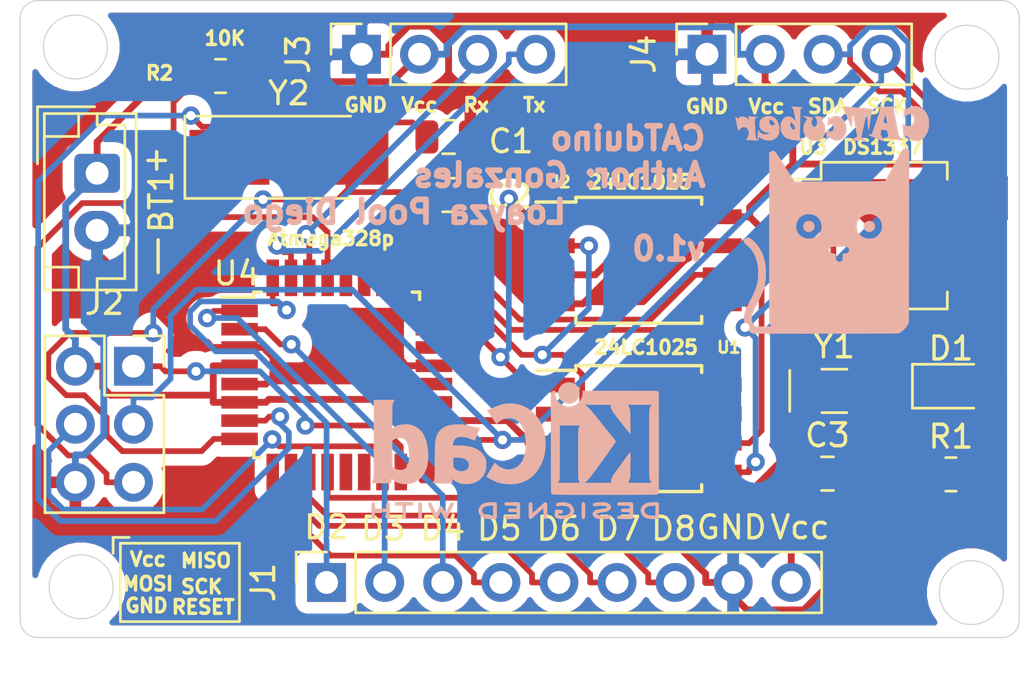
<source format=kicad_pcb>
(kicad_pcb (version 20171130) (host pcbnew "(5.1.8)-1")
  (title_block (title "Arduino Clone") (date 2020-12-16) (rev 1.0) (company CATcuber) (comment 1 "Gonzales Loayza Pool Diego"))
  (layers (0 F.Cu signal) (31 B.Cu mixed) (34 B.Paste user) (35 F.Paste user) (36 B.SilkS user) (37 F.SilkS user) (38 B.Mask user) (39 F.Mask user) (44 Edge.Cuts user))
  (net 0 "")
  (net 1 /Vcc)
  (net 2 GNDPWR)
  (net 3 "Net-(C1-Pad1)")
  (net 4 "Net-(C2-Pad1)")
  (net 5 "Net-(D1-Pad1)")
  (net 6 /SCK)
  (net 7 /D2)
  (net 8 /D3)
  (net 9 /D4)
  (net 10 /D5)
  (net 11 /D6)
  (net 12 /D7)
  (net 13 /D8)
  (net 14 /MISO)
  (net 15 /MOSI)
  (net 16 /RESET)
  (net 17 /Tx)
  (net 18 /Rx)
  (net 19 /SDA)
  (net 20 /ADDS1)
  (net 21 /ADDS2)
  (net 22 /SCL)
  (net 23 "Net-(U3-Pad1)")
  (net 24 "Net-(U3-Pad2)")
  (net 25 "Net-(U3-Pad7)")
  (net 26 "Net-(U4-Pad13)")
  (net 27 "Net-(U4-Pad14)")
  (net 28 "Net-(U4-Pad19)")
  (net 29 "Net-(U4-Pad22)")
  (net 30 "Net-(U4-Pad25)")
  (net 31 "Net-(U4-Pad26)")
  (module logos:Catcuber_10.9x10.9mm (layer B.Cu) (at 178.2445 110.2995 180)
    (fp_text reference G*** hide)
    (fp_text value LOGO hide)
  )
  (module Symbol:KiCad-Logo2_5mm_SilkScreen (layer B.Cu) (at 164.0205 120.523 180)
    (fp_text reference REF** hide)
    (fp_text value KiCad-Logo2_5mm_SilkScreen hide)
  )
  (module Connector_JST:JST_EH_B2B-EH-A_1x02_P2.50mm_Vertical (layer F.Cu) (at 145.732 108.394 270)
    (fp_text reference BT1 (at 1.25 -2.8 90) (layer F.SilkS))
    (fp_text value "Battery 3v")
    (pad 1 thru_hole roundrect (at 0 0 270) (size 1.7 2) (drill 1) (layers *.Cu *.Mask) (roundrect_rratio 0.1470588235294118) (net 1 /Vcc))
    (pad 2 thru_hole oval (at 2.5 0 270) (size 1.7 2) (drill 1) (layers *.Cu *.Mask) (net 2 GNDPWR))
  )
  (module Capacitor_SMD:C_0805_2012Metric (layer F.Cu) (at 161.102 106.807)
    (fp_text reference C1 (at 2.728 0.1905) (layer F.SilkS))
    (fp_text value 22pF)
    (pad 2 smd roundrect (at 0.95 0) (size 1 1.45) (layers F.Cu F.Paste F.Mask) (net 2 GNDPWR))
    (pad 1 smd roundrect (at -0.95 0) (size 1 1.45) (layers F.Cu F.Paste F.Mask) (net 3 "Net-(C1-Pad1)"))
  )
  (module Capacitor_SMD:C_0805_2012Metric (layer F.Cu) (at 161.102 109.347)
    (fp_text reference C2 (at 2.6645 0.0635) (layer F.SilkS))
    (fp_text value 22pF)
    (pad 1 smd roundrect (at -0.95 0) (size 1 1.45) (layers F.Cu F.Paste F.Mask) (net 4 "Net-(C2-Pad1)"))
    (pad 2 smd roundrect (at 0.95 0) (size 1 1.45) (layers F.Cu F.Paste F.Mask) (net 2 GNDPWR))
  )
  (module Capacitor_SMD:C_0805_2012Metric (layer F.Cu) (at 177.67 121.542)
    (fp_text reference C3 (at 0 -1.68) (layer F.SilkS))
    (fp_text value 10uF)
    (pad 1 smd roundrect (at -0.95 0) (size 1 1.45) (layers F.Cu F.Paste F.Mask) (net 1 /Vcc))
    (pad 2 smd roundrect (at 0.95 0) (size 1 1.45) (layers F.Cu F.Paste F.Mask) (net 2 GNDPWR))
  )
  (module LED_SMD:LED_0805_2012Metric (layer F.Cu) (at 183.07 117.714)
    (fp_text reference D1 (at 0 -1.65) (layer F.SilkS))
    (fp_text value LED)
    (pad 1 smd roundrect (at -0.9375 0) (size 0.975 1.4) (layers F.Cu F.Paste F.Mask) (net 5 "Net-(D1-Pad1)"))
    (pad 2 smd roundrect (at 0.9375 0) (size 0.975 1.4) (layers F.Cu F.Paste F.Mask) (net 6 /SCK))
  )
  (module Connector_PinSocket_2.54mm:PinSocket_1x09_P2.54mm_Vertical (layer F.Cu) (at 155.766 126.302 90)
    (fp_text reference J1 (at 0 -2.77 90) (layer F.SilkS))
    (fp_text value " Digital pins")
    (pad 1 thru_hole rect (at 0 0 90) (size 1.7 1.7) (drill 1) (layers *.Cu *.Mask) (net 7 /D2))
    (pad 2 thru_hole oval (at 0 2.54 90) (size 1.7 1.7) (drill 1) (layers *.Cu *.Mask) (net 8 /D3))
    (pad 3 thru_hole oval (at 0 5.08 90) (size 1.7 1.7) (drill 1) (layers *.Cu *.Mask) (net 9 /D4))
    (pad 4 thru_hole oval (at 0 7.62 90) (size 1.7 1.7) (drill 1) (layers *.Cu *.Mask) (net 10 /D5))
    (pad 5 thru_hole oval (at 0 10.16 90) (size 1.7 1.7) (drill 1) (layers *.Cu *.Mask) (net 11 /D6))
    (pad 6 thru_hole oval (at 0 12.7 90) (size 1.7 1.7) (drill 1) (layers *.Cu *.Mask) (net 12 /D7))
    (pad 7 thru_hole oval (at 0 15.24 90) (size 1.7 1.7) (drill 1) (layers *.Cu *.Mask) (net 13 /D8))
    (pad 8 thru_hole oval (at 0 17.78 90) (size 1.7 1.7) (drill 1) (layers *.Cu *.Mask) (net 2 GNDPWR))
    (pad 9 thru_hole oval (at 0 20.32 90) (size 1.7 1.7) (drill 1) (layers *.Cu *.Mask) (net 1 /Vcc))
  )
  (module Connector_PinSocket_2.54mm:PinSocket_2x03_P2.54mm_Vertical (layer F.Cu) (at 147.32 116.84)
    (fp_text reference J2 (at -1.27 -2.77) (layer F.SilkS))
    (fp_text value ICSP)
    (pad 1 thru_hole rect (at 0 0) (size 1.7 1.7) (drill 1) (layers *.Cu *.Mask) (net 14 /MISO))
    (pad 2 thru_hole oval (at -2.54 0) (size 1.7 1.7) (drill 1) (layers *.Cu *.Mask) (net 1 /Vcc))
    (pad 3 thru_hole oval (at 0 2.54) (size 1.7 1.7) (drill 1) (layers *.Cu *.Mask) (net 6 /SCK))
    (pad 4 thru_hole oval (at -2.54 2.54) (size 1.7 1.7) (drill 1) (layers *.Cu *.Mask) (net 15 /MOSI))
    (pad 5 thru_hole oval (at 0 5.08) (size 1.7 1.7) (drill 1) (layers *.Cu *.Mask) (net 16 /RESET))
    (pad 6 thru_hole oval (at -2.54 5.08) (size 1.7 1.7) (drill 1) (layers *.Cu *.Mask) (net 2 GNDPWR))
  )
  (module Connector_PinSocket_2.54mm:PinSocket_1x04_P2.54mm_Vertical (layer F.Cu) (at 157.29 103.188 90)
    (fp_text reference J3 (at 0 -2.77 90) (layer F.SilkS))
    (fp_text value Serial)
    (pad 4 thru_hole oval (at 0 7.62 90) (size 1.7 1.7) (drill 1) (layers *.Cu *.Mask) (net 17 /Tx))
    (pad 3 thru_hole oval (at 0 5.08 90) (size 1.7 1.7) (drill 1) (layers *.Cu *.Mask) (net 18 /Rx))
    (pad 2 thru_hole oval (at 0 2.54 90) (size 1.7 1.7) (drill 1) (layers *.Cu *.Mask) (net 1 /Vcc))
    (pad 1 thru_hole rect (at 0 0 90) (size 1.7 1.7) (drill 1) (layers *.Cu *.Mask) (net 2 GNDPWR))
  )
  (module Connector_PinSocket_2.54mm:PinSocket_1x04_P2.54mm_Vertical (layer F.Cu) (at 172.402 103.188 90)
    (fp_text reference J4 (at 0 -2.77 90) (layer F.SilkS))
    (fp_text value I2C)
    (pad 1 thru_hole rect (at 0 0 90) (size 1.7 1.7) (drill 1) (layers *.Cu *.Mask) (net 2 GNDPWR))
    (pad 2 thru_hole oval (at 0 2.54 90) (size 1.7 1.7) (drill 1) (layers *.Cu *.Mask) (net 1 /Vcc))
    (pad 3 thru_hole oval (at 0 5.08 90) (size 1.7 1.7) (drill 1) (layers *.Cu *.Mask) (net 19 /SDA))
    (pad 4 thru_hole oval (at 0 7.62 90) (size 1.7 1.7) (drill 1) (layers *.Cu *.Mask) (net 6 /SCK))
  )
  (module Resistor_SMD:R_0805_2012Metric (layer F.Cu) (at 183.07 121.572)
    (fp_text reference R1 (at 0 -1.65) (layer F.SilkS))
    (fp_text value 330Ohm)
    (pad 2 smd roundrect (at 0.9125 0) (size 1.025 1.4) (layers F.Cu F.Paste F.Mask) (roundrect_rratio 0.2439014634146341) (net 2 GNDPWR))
    (pad 1 smd roundrect (at -0.9125 0) (size 1.025 1.4) (layers F.Cu F.Paste F.Mask) (roundrect_rratio 0.2439014634146341) (net 5 "Net-(D1-Pad1)"))
  )
  (module Resistor_SMD:R_0805_2012Metric (layer F.Cu) (at 151.13 104.14)
    (fp_text reference R2 (at -2.667 -0.127) (layer F.SilkS) (effects (font (size 0.6 0.6))))
    (fp_text value 10kOhm)
    (pad 1 smd roundrect (at -0.9125 0) (size 1.025 1.4) (layers F.Cu F.Paste F.Mask) (roundrect_rratio 0.2439014634146341) (net 16 /RESET))
    (pad 2 smd roundrect (at 0.9125 0) (size 1.025 1.4) (layers F.Cu F.Paste F.Mask) (roundrect_rratio 0.2439014634146341) (net 1 /Vcc))
  )
  (module Package_SO:SOIJ-8_5.3x5.3mm_P1.27mm (layer F.Cu) (at 169.418 119.57)
    (fp_text reference U1 (at 3.937 -3.5555) (layer F.SilkS) (effects (font (size 0.5 0.5) (thickness 0.125))))
    (fp_text value 24LC1025)
    (pad 1 smd rect (at -3.65 -1.905) (size 1.7 0.65) (layers F.Cu F.Paste F.Mask) (net 20 /ADDS1))
    (pad 2 smd rect (at -3.65 -0.635) (size 1.7 0.65) (layers F.Cu F.Paste F.Mask) (net 21 /ADDS2))
    (pad 3 smd rect (at -3.65 0.635) (size 1.7 0.65) (layers F.Cu F.Paste F.Mask) (net 1 /Vcc))
    (pad 4 smd rect (at -3.65 1.905) (size 1.7 0.65) (layers F.Cu F.Paste F.Mask) (net 2 GNDPWR))
    (pad 5 smd rect (at 3.65 1.905) (size 1.7 0.65) (layers F.Cu F.Paste F.Mask) (net 19 /SDA))
    (pad 6 smd rect (at 3.65 0.635) (size 1.7 0.65) (layers F.Cu F.Paste F.Mask) (net 22 /SCL))
    (pad 7 smd rect (at 3.65 -0.635) (size 1.7 0.65) (layers F.Cu F.Paste F.Mask) (net 2 GNDPWR))
    (pad 8 smd rect (at 3.65 -1.905) (size 1.7 0.65) (layers F.Cu F.Paste F.Mask) (net 1 /Vcc))
  )
  (module Package_SO:SOIJ-8_5.3x5.3mm_P1.27mm (layer F.Cu) (at 169.418 112.204)
    (fp_text reference U2 (at -3.4925 -3.4285) (layer F.SilkS) (effects (font (size 0.5 0.5) (thickness 0.125))))
    (fp_text value 24LC1025)
    (pad 8 smd rect (at 3.65 -1.905) (size 1.7 0.65) (layers F.Cu F.Paste F.Mask) (net 1 /Vcc))
    (pad 7 smd rect (at 3.65 -0.635) (size 1.7 0.65) (layers F.Cu F.Paste F.Mask) (net 2 GNDPWR))
    (pad 6 smd rect (at 3.65 0.635) (size 1.7 0.65) (layers F.Cu F.Paste F.Mask) (net 22 /SCL))
    (pad 5 smd rect (at 3.65 1.905) (size 1.7 0.65) (layers F.Cu F.Paste F.Mask) (net 19 /SDA))
    (pad 4 smd rect (at -3.65 1.905) (size 1.7 0.65) (layers F.Cu F.Paste F.Mask) (net 2 GNDPWR))
    (pad 3 smd rect (at -3.65 0.635) (size 1.7 0.65) (layers F.Cu F.Paste F.Mask) (net 1 /Vcc))
    (pad 2 smd rect (at -3.65 -0.635) (size 1.7 0.65) (layers F.Cu F.Paste F.Mask) (net 21 /ADDS2))
    (pad 1 smd rect (at -3.65 -1.905) (size 1.7 0.65) (layers F.Cu F.Paste F.Mask) (net 20 /ADDS1))
  )
  (module Package_SO:SO-8_5.3x6.2mm_P1.27mm (layer F.Cu) (at 180.15 111.125)
    (fp_text reference U3 (at -3.112 -3.8735) (layer F.SilkS) (effects (font (size 0.6 0.6))))
    (fp_text value DS1337)
    (pad 1 smd roundrect (at -3.5 -1.905) (size 1.9 0.6) (layers F.Cu F.Paste F.Mask) (net 23 "Net-(U3-Pad1)"))
    (pad 2 smd roundrect (at -3.5 -0.635) (size 1.9 0.6) (layers F.Cu F.Paste F.Mask) (net 24 "Net-(U3-Pad2)"))
    (pad 3 smd roundrect (at -3.5 0.635) (size 1.9 0.6) (layers F.Cu F.Paste F.Mask) (net 1 /Vcc))
    (pad 4 smd roundrect (at -3.5 1.905) (size 1.9 0.6) (layers F.Cu F.Paste F.Mask) (net 2 GNDPWR))
    (pad 5 smd roundrect (at 3.5 1.905) (size 1.9 0.6) (layers F.Cu F.Paste F.Mask) (net 19 /SDA))
    (pad 6 smd roundrect (at 3.5 0.635) (size 1.9 0.6) (layers F.Cu F.Paste F.Mask) (net 6 /SCK))
    (pad 7 smd roundrect (at 3.5 -0.635) (size 1.9 0.6) (layers F.Cu F.Paste F.Mask) (net 25 "Net-(U3-Pad7)"))
    (pad 8 smd roundrect (at 3.5 -1.905) (size 1.9 0.6) (layers F.Cu F.Paste F.Mask) (net 1 /Vcc))
  )
  (module Package_QFP:TQFP-32_7x7mm_P0.8mm (layer F.Cu) (at 156.21 117.221)
    (fp_text reference U4 (at -4.3815 -4.445) (layer F.SilkS))
    (fp_text value ATmega328P-AU)
    (pad 1 smd rect (at -4.25 -2.8) (size 1.6 0.55) (layers F.Cu F.Paste F.Mask) (net 8 /D3))
    (pad 2 smd rect (at -4.25 -2) (size 1.6 0.55) (layers F.Cu F.Paste F.Mask) (net 9 /D4))
    (pad 3 smd rect (at -4.25 -1.2) (size 1.6 0.55) (layers F.Cu F.Paste F.Mask) (net 2 GNDPWR))
    (pad 4 smd rect (at -4.25 -0.4) (size 1.6 0.55) (layers F.Cu F.Paste F.Mask) (net 1 /Vcc))
    (pad 5 smd rect (at -4.25 0.4) (size 1.6 0.55) (layers F.Cu F.Paste F.Mask) (net 2 GNDPWR))
    (pad 6 smd rect (at -4.25 1.2) (size 1.6 0.55) (layers F.Cu F.Paste F.Mask) (net 1 /Vcc))
    (pad 7 smd rect (at -4.25 2) (size 1.6 0.55) (layers F.Cu F.Paste F.Mask) (net 3 "Net-(C1-Pad1)"))
    (pad 8 smd rect (at -4.25 2.8) (size 1.6 0.55) (layers F.Cu F.Paste F.Mask) (net 4 "Net-(C2-Pad1)"))
    (pad 9 smd rect (at -2.8 4.25 90) (size 1.6 0.55) (layers F.Cu F.Paste F.Mask) (net 10 /D5))
    (pad 10 smd rect (at -2 4.25 90) (size 1.6 0.55) (layers F.Cu F.Paste F.Mask) (net 11 /D6))
    (pad 11 smd rect (at -1.2 4.25 90) (size 1.6 0.55) (layers F.Cu F.Paste F.Mask) (net 12 /D7))
    (pad 12 smd rect (at -0.4 4.25 90) (size 1.6 0.55) (layers F.Cu F.Paste F.Mask) (net 13 /D8))
    (pad 13 smd rect (at 0.4 4.25 90) (size 1.6 0.55) (layers F.Cu F.Paste F.Mask) (net 26 "Net-(U4-Pad13)"))
    (pad 14 smd rect (at 1.2 4.25 90) (size 1.6 0.55) (layers F.Cu F.Paste F.Mask) (net 27 "Net-(U4-Pad14)"))
    (pad 15 smd rect (at 2 4.25 90) (size 1.6 0.55) (layers F.Cu F.Paste F.Mask) (net 15 /MOSI))
    (pad 16 smd rect (at 2.8 4.25 90) (size 1.6 0.55) (layers F.Cu F.Paste F.Mask) (net 14 /MISO))
    (pad 17 smd rect (at 4.25 2.8) (size 1.6 0.55) (layers F.Cu F.Paste F.Mask) (net 6 /SCK))
    (pad 18 smd rect (at 4.25 2) (size 1.6 0.55) (layers F.Cu F.Paste F.Mask) (net 1 /Vcc))
    (pad 19 smd rect (at 4.25 1.2) (size 1.6 0.55) (layers F.Cu F.Paste F.Mask) (net 28 "Net-(U4-Pad19)"))
    (pad 20 smd rect (at 4.25 0.4) (size 1.6 0.55) (layers F.Cu F.Paste F.Mask) (net 1 /Vcc))
    (pad 21 smd rect (at 4.25 -0.4) (size 1.6 0.55) (layers F.Cu F.Paste F.Mask) (net 2 GNDPWR))
    (pad 22 smd rect (at 4.25 -1.2) (size 1.6 0.55) (layers F.Cu F.Paste F.Mask) (net 29 "Net-(U4-Pad22)"))
    (pad 23 smd rect (at 4.25 -2) (size 1.6 0.55) (layers F.Cu F.Paste F.Mask) (net 20 /ADDS1))
    (pad 24 smd rect (at 4.25 -2.8) (size 1.6 0.55) (layers F.Cu F.Paste F.Mask) (net 21 /ADDS2))
    (pad 25 smd rect (at 2.8 -4.25 90) (size 1.6 0.55) (layers F.Cu F.Paste F.Mask) (net 30 "Net-(U4-Pad25)"))
    (pad 26 smd rect (at 2 -4.25 90) (size 1.6 0.55) (layers F.Cu F.Paste F.Mask) (net 31 "Net-(U4-Pad26)"))
    (pad 27 smd rect (at 1.2 -4.25 90) (size 1.6 0.55) (layers F.Cu F.Paste F.Mask) (net 19 /SDA))
    (pad 28 smd rect (at 0.4 -4.25 90) (size 1.6 0.55) (layers F.Cu F.Paste F.Mask) (net 22 /SCL))
    (pad 29 smd rect (at -0.4 -4.25 90) (size 1.6 0.55) (layers F.Cu F.Paste F.Mask) (net 16 /RESET))
    (pad 30 smd rect (at -1.2 -4.25 90) (size 1.6 0.55) (layers F.Cu F.Paste F.Mask) (net 18 /Rx))
    (pad 31 smd rect (at -2 -4.25 90) (size 1.6 0.55) (layers F.Cu F.Paste F.Mask) (net 17 /Tx))
    (pad 32 smd rect (at -2.8 -4.25 90) (size 1.6 0.55) (layers F.Cu F.Paste F.Mask) (net 7 /D2))
  )
  (module Crystal:Crystal_SMD_MicroCrystal_CC7V-T1A-2Pin_3.2x1.5mm (layer F.Cu) (at 177.97 117.92)
    (fp_text reference Y1 (at 0 -1.95) (layer F.SilkS))
    (fp_text value "Crystal 32MHz")
    (pad 1 smd rect (at -1.25 0) (size 1 1.8) (layers F.Cu F.Paste F.Mask) (net 24 "Net-(U3-Pad2)"))
    (pad 2 smd rect (at 1.25 0) (size 1 1.8) (layers F.Cu F.Paste F.Mask) (net 23 "Net-(U3-Pad1)"))
  )
  (module Crystal:Crystal_SMD_5032-2Pin_5.0x3.2mm_HandSoldering (layer F.Cu) (at 154.118 107.696)
    (fp_text reference Y2 (at 0 -2.8) (layer F.SilkS))
    (fp_text value "Crystal 16MHz")
    (pad 1 smd rect (at -2.6 0) (size 3.5 2.4) (layers F.Cu F.Paste F.Mask) (net 3 "Net-(C1-Pad1)"))
    (pad 2 smd rect (at 2.6 0) (size 3.5 2.4) (layers F.Cu F.Paste F.Mask) (net 4 "Net-(C2-Pad1)"))
  )
  (gr_text "CATduino\nAuthor: Gonzales \n        Loayza Pool Diego\nv1.0" (at 172.466 109.2835) (layer B.SilkS) (effects (font (size 1 1) (thickness 0.25)) (justify left mirror)))
  (gr_text | (at 148.3995 111.9505) (layer F.SilkS) (effects (font (size 1 1))))
  (gr_text + (at 148.336 107.7595) (layer F.SilkS) (effects (font (size 1 1))))
  (gr_text DS1337 (at 180.086 107.2515) (layer F.SilkS) (effects (font (size 0.6 0.6))))
  (gr_line (start 146.431 124.333) (end 147.1295 124.333) (layer F.SilkS) (width 0.12))
  (gr_line (start 146.431 125.0315) (end 146.431 124.333) (layer F.SilkS) (width 0.12))
  (gr_line (start 146.7485 124.587) (end 146.7485 124.6505) (layer F.SilkS) (width 0.12))
  (gr_line (start 151.9555 124.587) (end 146.7485 124.587) (layer F.SilkS) (width 0.12))
  (gr_line (start 151.9555 128.016) (end 151.9555 124.587) (layer F.SilkS) (width 0.12))
  (gr_line (start 146.7485 128.016) (end 151.9555 128.016) (layer F.SilkS) (width 0.12))
  (gr_line (start 146.7485 124.6505) (end 146.7485 128.016) (layer F.SilkS) (width 0.12))
  (gr_text RESET (at 150.368 127.381) (layer F.SilkS) (effects (font (size 0.6 0.6))))
  (gr_text SCK (at 150.3045 126.492) (layer F.SilkS) (effects (font (size 0.6 0.6))))
  (gr_text MISO (at 150.495 125.349) (layer F.SilkS) (effects (font (size 0.6 0.6))))
  (gr_text GND (at 147.8915 127.3175) (layer F.SilkS) (effects (font (size 0.6 0.6))))
  (gr_text MOSI (at 147.955 126.365) (layer F.SilkS) (effects (font (size 0.6 0.6))))
  (gr_text Vcc (at 147.955 125.2855) (layer F.SilkS) (effects (font (size 0.6 0.6))))
  (gr_text Vcc (at 176.4665 123.8885) (layer F.SilkS) (effects (font (size 1 1))))
  (gr_text GND (at 173.482 123.8885) (layer F.SilkS) (effects (font (size 1 1))))
  (gr_text D8 (at 170.942 123.952) (layer F.SilkS) (effects (font (size 1 1))))
  (gr_text D7 (at 168.529 123.952) (layer F.SilkS) (effects (font (size 1 1))))
  (gr_text D6 (at 165.9255 123.952) (layer F.SilkS) (effects (font (size 1 1))))
  (gr_text D5 (at 163.322 123.952) (layer F.SilkS) (effects (font (size 1 1))))
  (gr_text D4 (at 160.8455 123.952) (layer F.SilkS) (effects (font (size 1 1))))
  (gr_text D3 (at 158.242 123.952) (layer F.SilkS) (effects (font (size 1 1))))
  (gr_text D2 (at 155.7655 123.8885) (layer F.SilkS) (effects (font (size 1 1))))
  (gr_text 24LC1025 (at 169.7355 116.0145) (layer F.SilkS) (effects (font (size 0.6 0.6))))
  (gr_text 24LC1025 (at 169.4815 108.7755) (layer F.SilkS) (effects (font (size 0.6 0.6))))
  (gr_text Atmega328p (at 155.956 111.252) (layer F.SilkS) (effects (font (size 0.6 0.6))))
  (gr_text Vcc (at 175.006 105.4735) (layer F.SilkS) (effects (font (size 0.6 0.6))))
  (gr_text SCK (at 180.2765 105.4735) (layer F.SilkS) (effects (font (size 0.6 0.6))))
  (gr_text SDA (at 177.673 105.4735) (layer F.SilkS) (effects (font (size 0.6 0.6))))
  (gr_text GND (at 172.4025 105.4735) (layer F.SilkS) (effects (font (size 0.6 0.6))))
  (gr_text Tx (at 164.846 105.41) (layer F.SilkS) (effects (font (size 0.6 0.6))))
  (gr_text Rx (at 162.306 105.41) (layer F.SilkS) (effects (font (size 0.6 0.6))))
  (gr_text Vcc (at 159.8295 105.41) (layer F.SilkS) (effects (font (size 0.6 0.6))))
  (gr_text GND (at 157.48 105.41) (layer F.SilkS) (effects (font (size 0.6 0.6))))
  (gr_text 10K (at 151.3205 102.489) (layer F.SilkS) (effects (font (size 0.6 0.6))))
  (gr_circle (center 183.9595 126.746) (end 185.3565 126.746) (layer Edge.Cuts) (width 0.05))
  (gr_circle (center 145.034 126.492) (end 146.431 126.492) (layer Edge.Cuts) (width 0.05))
  (gr_circle (center 183.769 103.3145) (end 185.166 103.3145) (layer Edge.Cuts) (width 0.05))
  (gr_circle (center 144.78 102.87) (end 146.177 102.87) (layer Edge.Cuts) (width 0.05))
  (gr_arc (start 185.293 101.6) (end 186.055 101.6) (angle -90) (layer Edge.Cuts) (width 0.05))
  (gr_arc (start 185.293 127.9525) (end 185.293 128.7145) (angle -90) (layer Edge.Cuts) (width 0.05))
  (gr_arc (start 143.129 127.9525) (end 142.367 127.9525) (angle -90) (layer Edge.Cuts) (width 0.05))
  (gr_arc (start 143.129 101.6) (end 143.129 100.838) (angle -90) (layer Edge.Cuts) (width 0.05))
  (gr_line (start 143.129 100.838) (end 185.293 100.838) (layer Edge.Cuts) (width 0.05))
  (gr_line (start 142.367 127.9525) (end 142.367 101.6) (layer Edge.Cuts) (width 0.05))
  (gr_line (start 185.293 128.7145) (end 143.129 128.7145) (layer Edge.Cuts) (width 0.05))
  (gr_line (start 186.055 101.6) (end 186.055 127.9525) (layer Edge.Cuts) (width 0.05))
  (segment (start 176.65 111.76) (end 175.7293 111.76) (width 0.3) (layer F.Cu) (net 1))
  (segment (start 175.7293 111.76) (end 174.2683 110.299) (width 0.3) (layer F.Cu) (net 1))
  (segment (start 176.1533 107.9919) (end 174.2683 109.8769) (width 0.3) (layer F.Cu) (net 1))
  (segment (start 174.2683 109.8769) (end 174.2683 110.299) (width 0.3) (layer F.Cu) (net 1))
  (segment (start 183.65 109.22) (end 182.4219 107.9919) (width 0.3) (layer F.Cu) (net 1))
  (segment (start 182.4219 107.9919) (end 176.1533 107.9919) (width 0.3) (layer F.Cu) (net 1))
  (segment (start 174.942 104.3883) (end 176.1533 105.5996) (width 0.3) (layer F.Cu) (net 1))
  (segment (start 176.1533 105.5996) (end 176.1533 107.9919) (width 0.3) (layer F.Cu) (net 1))
  (segment (start 173.068 110.299) (end 174.2683 110.299) (width 0.3) (layer F.Cu) (net 1))
  (segment (start 166.9683 112.839) (end 167.5172 112.839) (width 0.3) (layer F.Cu) (net 1))
  (segment (start 167.5172 112.839) (end 170.0572 110.299) (width 0.3) (layer F.Cu) (net 1))
  (segment (start 170.0572 110.299) (end 173.068 110.299) (width 0.3) (layer F.Cu) (net 1))
  (segment (start 158.708 118.2915) (end 153.2398 118.2915) (width 0.3) (layer F.Cu) (net 1))
  (segment (start 153.2398 118.2915) (end 153.1103 118.421) (width 0.3) (layer F.Cu) (net 1))
  (segment (start 159.3097 117.621) (end 158.708 118.2227) (width 0.3) (layer F.Cu) (net 1))
  (segment (start 158.708 118.2227) (end 158.708 118.2915) (width 0.3) (layer F.Cu) (net 1))
  (segment (start 158.708 118.2915) (end 158.708 118.6193) (width 0.3) (layer F.Cu) (net 1))
  (segment (start 158.708 118.6193) (end 159.3097 119.221) (width 0.3) (layer F.Cu) (net 1))
  (segment (start 160.46 119.221) (end 159.3097 119.221) (width 0.3) (layer F.Cu) (net 1))
  (segment (start 159.83 103.188) (end 158.6296 104.3884) (width 0.3) (layer F.Cu) (net 1))
  (segment (start 158.6296 104.3884) (end 152.2909 104.3884) (width 0.3) (layer F.Cu) (net 1))
  (segment (start 152.2909 104.3884) (end 152.0425 104.14) (width 0.3) (layer F.Cu) (net 1))
  (segment (start 152.0425 104.14) (end 150.9777 103.0752) (width 0.3) (layer F.Cu) (net 1))
  (segment (start 150.9777 103.0752) (end 149.6827 103.0752) (width 0.3) (layer F.Cu) (net 1))
  (segment (start 149.6827 103.0752) (end 145.732 107.0259) (width 0.3) (layer F.Cu) (net 1))
  (segment (start 145.732 107.0259) (end 145.732 108.394) (width 0.3) (layer F.Cu) (net 1))
  (segment (start 151.96 118.421) (end 153.1103 118.421) (width 0.3) (layer F.Cu) (net 1))
  (segment (start 159.83 103.188) (end 161.0303 103.188) (width 0.3) (layer B.Cu) (net 1))
  (segment (start 144.78 116.84) (end 145.9803 116.84) (width 0.3) (layer F.Cu) (net 1))
  (segment (start 150.8097 118.1055) (end 146.3091 118.1055) (width 0.3) (layer F.Cu) (net 1))
  (segment (start 146.3091 118.1055) (end 145.9803 117.7767) (width 0.3) (layer F.Cu) (net 1))
  (segment (start 145.9803 117.7767) (end 145.9803 116.84) (width 0.3) (layer F.Cu) (net 1))
  (segment (start 150.8097 118.1055) (end 150.8097 116.821) (width 0.3) (layer F.Cu) (net 1))
  (segment (start 150.8097 118.421) (end 150.8097 118.1055) (width 0.3) (layer F.Cu) (net 1))
  (segment (start 151.96 116.821) (end 150.8097 116.821) (width 0.3) (layer F.Cu) (net 1))
  (segment (start 151.96 118.421) (end 150.8097 118.421) (width 0.3) (layer F.Cu) (net 1))
  (segment (start 165.768 120.205) (end 164.5677 120.205) (width 0.3) (layer F.Cu) (net 1))
  (segment (start 164.5677 120.205) (end 164.5677 120.1112) (width 0.3) (layer F.Cu) (net 1))
  (segment (start 164.5677 120.1112) (end 163.6775 119.221) (width 0.3) (layer F.Cu) (net 1))
  (segment (start 163.6775 119.221) (end 160.46 119.221) (width 0.3) (layer F.Cu) (net 1))
  (segment (start 160.46 117.621) (end 159.3097 117.621) (width 0.3) (layer F.Cu) (net 1))
  (segment (start 169.3682 120.205) (end 166.9683 120.205) (width 0.3) (layer F.Cu) (net 1))
  (segment (start 176.086 122.7339) (end 171.8971 122.7339) (width 0.3) (layer F.Cu) (net 1))
  (segment (start 171.8971 122.7339) (end 169.3682 120.205) (width 0.3) (layer F.Cu) (net 1))
  (segment (start 171.8677 117.665) (end 171.8677 117.7055) (width 0.3) (layer F.Cu) (net 1))
  (segment (start 171.8677 117.7055) (end 169.3682 120.205) (width 0.3) (layer F.Cu) (net 1))
  (segment (start 173.068 117.665) (end 171.8677 117.665) (width 0.3) (layer F.Cu) (net 1))
  (segment (start 174.942 103.188) (end 173.7417 103.188) (width 0.3) (layer B.Cu) (net 1))
  (segment (start 161.0303 103.188) (end 161.0303 102.8129) (width 0.3) (layer B.Cu) (net 1))
  (segment (start 161.0303 102.8129) (end 161.8556 101.9876) (width 0.3) (layer B.Cu) (net 1))
  (segment (start 161.8556 101.9876) (end 173.478 101.9876) (width 0.3) (layer B.Cu) (net 1))
  (segment (start 173.478 101.9876) (end 173.7417 102.2513) (width 0.3) (layer B.Cu) (net 1))
  (segment (start 173.7417 102.2513) (end 173.7417 103.188) (width 0.3) (layer B.Cu) (net 1))
  (segment (start 176.72 121.542) (end 176.72 122.0999) (width 0.3) (layer F.Cu) (net 1))
  (segment (start 176.72 122.0999) (end 176.086 122.7339) (width 0.3) (layer F.Cu) (net 1))
  (segment (start 176.086 125.1017) (end 176.086 122.7339) (width 0.3) (layer F.Cu) (net 1))
  (segment (start 176.086 126.302) (end 176.086 125.1017) (width 0.3) (layer F.Cu) (net 1))
  (segment (start 144.78 116.84) (end 144.78 115.6397) (width 0.3) (layer B.Cu) (net 1))
  (segment (start 144.78 115.6397) (end 144.3574 115.2171) (width 0.3) (layer B.Cu) (net 1))
  (segment (start 144.3574 115.2171) (end 144.3574 109.7686) (width 0.3) (layer B.Cu) (net 1))
  (segment (start 144.3574 109.7686) (end 145.732 108.394) (width 0.3) (layer B.Cu) (net 1))
  (segment (start 174.942 103.188) (end 174.942 104.3883) (width 0.3) (layer F.Cu) (net 1))
  (segment (start 165.768 120.205) (end 166.9683 120.205) (width 0.3) (layer F.Cu) (net 1))
  (segment (start 165.768 112.839) (end 166.9683 112.839) (width 0.3) (layer F.Cu) (net 1))
  (segment (start 162.052 104.9965) (end 169.3932 104.9965) (width 0.3) (layer F.Cu) (net 2))
  (segment (start 169.3932 104.9965) (end 171.2017 103.188) (width 0.3) (layer F.Cu) (net 2))
  (segment (start 158.4903 103.188) (end 158.4903 102.8129) (width 0.3) (layer F.Cu) (net 2))
  (segment (start 158.4903 102.8129) (end 159.3451 101.9581) (width 0.3) (layer F.Cu) (net 2))
  (segment (start 159.3451 101.9581) (end 160.3126 101.9581) (width 0.3) (layer F.Cu) (net 2))
  (segment (start 160.3126 101.9581) (end 161.1 102.7455) (width 0.3) (layer F.Cu) (net 2))
  (segment (start 161.1 102.7455) (end 161.1 104.0445) (width 0.3) (layer F.Cu) (net 2))
  (segment (start 161.1 104.0445) (end 162.052 104.9965) (width 0.3) (layer F.Cu) (net 2))
  (segment (start 162.052 104.9965) (end 162.052 106.807) (width 0.3) (layer F.Cu) (net 2))
  (segment (start 172.402 103.188) (end 171.2017 103.188) (width 0.3) (layer F.Cu) (net 2))
  (segment (start 157.29 103.188) (end 158.4903 103.188) (width 0.3) (layer F.Cu) (net 2))
  (segment (start 153.7889 116.821) (end 160.46 116.821) (width 0.3) (layer F.Cu) (net 2))
  (segment (start 153.1103 117.621) (end 153.7889 116.9424) (width 0.3) (layer F.Cu) (net 2))
  (segment (start 153.7889 116.9424) (end 153.7889 116.821) (width 0.3) (layer F.Cu) (net 2))
  (segment (start 153.1103 116.021) (end 153.1103 116.1424) (width 0.3) (layer F.Cu) (net 2))
  (segment (start 153.1103 116.1424) (end 153.7889 116.821) (width 0.3) (layer F.Cu) (net 2))
  (segment (start 175.8668 113.03) (end 175.7293 113.03) (width 0.3) (layer F.Cu) (net 2))
  (segment (start 175.7293 113.03) (end 174.2683 111.569) (width 0.3) (layer F.Cu) (net 2))
  (segment (start 176.65 113.03) (end 175.8668 113.03) (width 0.3) (layer F.Cu) (net 2))
  (segment (start 176.0043 120.4643) (end 175.8668 120.3268) (width 0.3) (layer F.Cu) (net 2))
  (segment (start 175.8668 120.3268) (end 175.8668 113.03) (width 0.3) (layer F.Cu) (net 2))
  (segment (start 171.8677 118.935) (end 171.8677 121.9944) (width 0.3) (layer F.Cu) (net 2))
  (segment (start 171.8677 121.9944) (end 172.0537 122.1804) (width 0.3) (layer F.Cu) (net 2))
  (segment (start 172.0537 122.1804) (end 174.4594 122.1804) (width 0.3) (layer F.Cu) (net 2))
  (segment (start 174.4594 122.1804) (end 176.0043 120.6355) (width 0.3) (layer F.Cu) (net 2))
  (segment (start 176.0043 120.6355) (end 176.0043 120.4643) (width 0.3) (layer F.Cu) (net 2))
  (segment (start 176.0043 120.4643) (end 177.5423 120.4643) (width 0.3) (layer F.Cu) (net 2))
  (segment (start 177.5423 120.4643) (end 178.62 121.542) (width 0.3) (layer F.Cu) (net 2))
  (segment (start 151.96 116.021) (end 149.8849 116.021) (width 0.3) (layer F.Cu) (net 2))
  (segment (start 149.8849 116.021) (end 145.9582 112.0943) (width 0.3) (layer F.Cu) (net 2))
  (segment (start 145.9582 112.0943) (end 145.732 112.0943) (width 0.3) (layer F.Cu) (net 2))
  (segment (start 162.052 106.807) (end 162.052 109.347) (width 0.3) (layer F.Cu) (net 2))
  (segment (start 179.7142 122.6362) (end 178.62 121.542) (width 0.3) (layer F.Cu) (net 2))
  (segment (start 183.9825 121.572) (end 182.9183 122.6362) (width 0.3) (layer F.Cu) (net 2))
  (segment (start 182.9183 122.6362) (end 179.7142 122.6362) (width 0.3) (layer F.Cu) (net 2))
  (segment (start 172.9479 126.302) (end 174.1503 127.5044) (width 0.3) (layer F.Cu) (net 2))
  (segment (start 174.1503 127.5044) (end 176.6245 127.5044) (width 0.3) (layer F.Cu) (net 2))
  (segment (start 176.6245 127.5044) (end 179.7142 124.4147) (width 0.3) (layer F.Cu) (net 2))
  (segment (start 179.7142 124.4147) (end 179.7142 122.6362) (width 0.3) (layer F.Cu) (net 2))
  (segment (start 172.9479 126.302) (end 172.3457 126.302) (width 0.3) (layer F.Cu) (net 2))
  (segment (start 173.546 126.302) (end 172.9479 126.302) (width 0.3) (layer F.Cu) (net 2))
  (segment (start 145.732 110.894) (end 145.732 112.0943) (width 0.3) (layer F.Cu) (net 2))
  (segment (start 164.5677 114.109) (end 162.052 111.5933) (width 0.3) (layer F.Cu) (net 2))
  (segment (start 162.052 111.5933) (end 162.052 109.347) (width 0.3) (layer F.Cu) (net 2))
  (segment (start 165.768 114.109) (end 164.5677 114.109) (width 0.3) (layer F.Cu) (net 2))
  (segment (start 157.29 103.188) (end 156.0897 103.188) (width 0.3) (layer B.Cu) (net 2))
  (segment (start 156.0897 103.188) (end 148.3837 110.894) (width 0.3) (layer B.Cu) (net 2))
  (segment (start 148.3837 110.894) (end 145.732 110.894) (width 0.3) (layer B.Cu) (net 2))
  (segment (start 172.3457 126.302) (end 172.3457 125.929) (width 0.3) (layer F.Cu) (net 2))
  (segment (start 172.3457 125.929) (end 167.8917 121.475) (width 0.3) (layer F.Cu) (net 2))
  (segment (start 167.8917 121.475) (end 165.768 121.475) (width 0.3) (layer F.Cu) (net 2))
  (segment (start 145.732 110.894) (end 145.732 112.0943) (width 0.3) (layer B.Cu) (net 2))
  (segment (start 144.78 121.92) (end 144.78 120.7197) (width 0.3) (layer B.Cu) (net 2))
  (segment (start 144.78 120.7197) (end 145.1551 120.7197) (width 0.3) (layer B.Cu) (net 2))
  (segment (start 145.1551 120.7197) (end 146.0227 119.8521) (width 0.3) (layer B.Cu) (net 2))
  (segment (start 146.0227 119.8521) (end 146.0227 112.385) (width 0.3) (layer B.Cu) (net 2))
  (segment (start 146.0227 112.385) (end 145.732 112.0943) (width 0.3) (layer B.Cu) (net 2))
  (segment (start 173.068 118.935) (end 171.8677 118.935) (width 0.3) (layer F.Cu) (net 2))
  (segment (start 165.768 114.109) (end 166.9683 114.109) (width 0.3) (layer F.Cu) (net 2))
  (segment (start 166.9683 114.109) (end 169.5083 111.569) (width 0.3) (layer F.Cu) (net 2))
  (segment (start 169.5083 111.569) (end 173.068 111.569) (width 0.3) (layer F.Cu) (net 2))
  (segment (start 173.068 111.569) (end 174.2683 111.569) (width 0.3) (layer F.Cu) (net 2))
  (segment (start 151.96 117.621) (end 153.1103 117.621) (width 0.3) (layer F.Cu) (net 2))
  (segment (start 151.96 116.021) (end 153.1103 116.021) (width 0.3) (layer F.Cu) (net 2))
  (segment (start 153.7247 119.0422) (end 153.7247 119.3469) (width 0.25) (layer B.Cu) (net 3))
  (segment (start 153.7247 119.3469) (end 154.1145 119.7367) (width 0.25) (layer B.Cu) (net 3))
  (segment (start 154.1145 119.7367) (end 154.1145 120.4226) (width 0.25) (layer B.Cu) (net 3))
  (segment (start 154.1145 120.4226) (end 150.9229 123.6142) (width 0.25) (layer B.Cu) (net 3))
  (segment (start 150.9229 123.6142) (end 144.1156 123.6142) (width 0.25) (layer B.Cu) (net 3))
  (segment (start 144.1156 123.6142) (end 143.1529 122.6515) (width 0.25) (layer B.Cu) (net 3))
  (segment (start 143.1529 122.6515) (end 143.1529 108.7609) (width 0.25) (layer B.Cu) (net 3))
  (segment (start 143.1529 108.7609) (end 146.0416 105.8722) (width 0.25) (layer B.Cu) (net 3))
  (segment (start 146.0416 105.8722) (end 149.8316 105.8722) (width 0.25) (layer B.Cu) (net 3))
  (segment (start 151.518 106.3613) (end 150.3207 106.3613) (width 0.25) (layer F.Cu) (net 3))
  (segment (start 150.3207 106.3613) (end 149.8316 105.8722) (width 0.25) (layer F.Cu) (net 3))
  (segment (start 160.152 106.807) (end 159.5156 106.1706) (width 0.25) (layer F.Cu) (net 3))
  (segment (start 159.5156 106.1706) (end 151.7087 106.1706) (width 0.25) (layer F.Cu) (net 3))
  (segment (start 151.7087 106.1706) (end 151.518 106.3613) (width 0.25) (layer F.Cu) (net 3))
  (segment (start 151.518 106.552) (end 151.518 106.3613) (width 0.25) (layer F.Cu) (net 3))
  (segment (start 151.96 119.221) (end 153.0853 119.221) (width 0.25) (layer F.Cu) (net 3))
  (segment (start 153.7247 119.0422) (end 153.2641 119.0422) (width 0.25) (layer F.Cu) (net 3))
  (segment (start 153.2641 119.0422) (end 153.0853 119.221) (width 0.25) (layer F.Cu) (net 3))
  (segment (start 151.518 106.9333) (end 151.518 106.552) (width 0.25) (layer F.Cu) (net 3))
  (segment (start 151.518 106.9333) (end 151.518 107.696) (width 0.25) (layer F.Cu) (net 3))
  (via (at 153.7247 119.0422) (size 0.8) (layers F.Cu B.Cu) (net 3))
  (via (at 149.8316 105.8722) (size 0.8) (layers F.Cu B.Cu) (net 3))
  (segment (start 150.8347 120.021) (end 150.3003 120.5554) (width 0.25) (layer F.Cu) (net 4))
  (segment (start 150.3003 120.5554) (end 146.8306 120.5554) (width 0.25) (layer F.Cu) (net 4))
  (segment (start 146.8306 120.5554) (end 146.1446 119.8694) (width 0.25) (layer F.Cu) (net 4))
  (segment (start 146.1446 119.8694) (end 146.1446 119.0803) (width 0.25) (layer F.Cu) (net 4))
  (segment (start 146.1446 119.0803) (end 145.1743 118.11) (width 0.25) (layer F.Cu) (net 4))
  (segment (start 145.1743 118.11) (end 144.3795 118.11) (width 0.25) (layer F.Cu) (net 4))
  (segment (start 144.3795 118.11) (end 143.5961 117.3266) (width 0.25) (layer F.Cu) (net 4))
  (segment (start 143.5961 117.3266) (end 143.5961 116.3166) (width 0.25) (layer F.Cu) (net 4))
  (segment (start 143.5961 116.3166) (end 144.5297 115.383) (width 0.25) (layer F.Cu) (net 4))
  (segment (start 144.5297 115.383) (end 148.1858 115.383) (width 0.25) (layer F.Cu) (net 4))
  (segment (start 151.96 120.021) (end 150.8347 120.021) (width 0.25) (layer F.Cu) (net 4))
  (segment (start 156.718 109.0793) (end 156.718 109.2213) (width 0.25) (layer F.Cu) (net 4))
  (segment (start 156.718 107.696) (end 156.718 109.0793) (width 0.25) (layer F.Cu) (net 4))
  (segment (start 152.9848 109.5428) (end 156.2545 109.5428) (width 0.25) (layer F.Cu) (net 4))
  (segment (start 156.2545 109.5428) (end 156.718 109.0793) (width 0.25) (layer F.Cu) (net 4))
  (segment (start 148.1858 115.383) (end 148.1858 114.3418) (width 0.25) (layer B.Cu) (net 4))
  (segment (start 148.1858 114.3418) (end 152.9848 109.5428) (width 0.25) (layer B.Cu) (net 4))
  (segment (start 156.718 109.2213) (end 160.0263 109.2213) (width 0.25) (layer F.Cu) (net 4))
  (segment (start 160.0263 109.2213) (end 160.152 109.347) (width 0.25) (layer F.Cu) (net 4))
  (via (at 152.9848 109.5428) (size 0.8) (layers F.Cu B.Cu) (net 4))
  (via (at 148.1858 115.383) (size 0.8) (layers F.Cu B.Cu) (net 4))
  (segment (start 182.1575 121.572) (end 182.1325 121.547) (width 0.25) (layer F.Cu) (net 5))
  (segment (start 182.1325 121.547) (end 182.1325 117.714) (width 0.25) (layer F.Cu) (net 5))
  (segment (start 147.32 118.2047) (end 148.1281 118.2047) (width 0.25) (layer B.Cu) (net 6))
  (segment (start 148.1281 118.2047) (end 148.9456 117.3872) (width 0.25) (layer B.Cu) (net 6))
  (segment (start 148.9456 117.3872) (end 148.9456 114.6191) (width 0.25) (layer B.Cu) (net 6))
  (segment (start 148.9456 114.6191) (end 150.0718 113.4929) (width 0.25) (layer B.Cu) (net 6))
  (segment (start 150.0718 113.4929) (end 156.8883 113.4929) (width 0.25) (layer B.Cu) (net 6))
  (segment (start 156.8883 113.4929) (end 163.4609 120.0655) (width 0.25) (layer B.Cu) (net 6))
  (segment (start 184.0489 111.76) (end 184.9365 112.6476) (width 0.25) (layer F.Cu) (net 6))
  (segment (start 184.9365 112.6476) (end 184.9365 116.785) (width 0.25) (layer F.Cu) (net 6))
  (segment (start 184.9365 116.785) (end 184.0075 117.714) (width 0.25) (layer F.Cu) (net 6))
  (segment (start 183.65 111.76) (end 184.0489 111.76) (width 0.25) (layer F.Cu) (net 6))
  (segment (start 184.0489 111.76) (end 185.4304 110.3785) (width 0.25) (layer F.Cu) (net 6))
  (segment (start 185.4304 110.3785) (end 185.4304 108.5964) (width 0.25) (layer F.Cu) (net 6))
  (segment (start 185.4304 108.5964) (end 180.022 103.188) (width 0.25) (layer F.Cu) (net 6))
  (segment (start 163.4609 120.0655) (end 164.3198 120.0655) (width 0.25) (layer B.Cu) (net 6))
  (segment (start 164.3198 120.0655) (end 180.022 104.3633) (width 0.25) (layer B.Cu) (net 6))
  (segment (start 147.32 119.38) (end 147.32 118.2047) (width 0.25) (layer B.Cu) (net 6))
  (segment (start 180.022 103.188) (end 180.022 104.3633) (width 0.25) (layer B.Cu) (net 6))
  (segment (start 160.46 120.021) (end 161.5853 120.021) (width 0.25) (layer F.Cu) (net 6))
  (segment (start 163.4609 120.0655) (end 161.6298 120.0655) (width 0.25) (layer F.Cu) (net 6))
  (segment (start 161.6298 120.0655) (end 161.5853 120.021) (width 0.25) (layer F.Cu) (net 6))
  (via (at 163.4609 120.0655) (size 0.8) (layers F.Cu B.Cu) (net 6))
  (segment (start 153.41 114.0963) (end 153.7303 114.0963) (width 0.25) (layer F.Cu) (net 7))
  (segment (start 153.7303 114.0963) (end 154.0163 114.3823) (width 0.25) (layer F.Cu) (net 7))
  (segment (start 155.766 125.1267) (end 155.766 119.326) (width 0.25) (layer B.Cu) (net 7))
  (segment (start 155.766 119.326) (end 152.6245 116.1845) (width 0.25) (layer B.Cu) (net 7))
  (segment (start 152.6245 116.1845) (end 150.9185 116.1845) (width 0.25) (layer B.Cu) (net 7))
  (segment (start 150.9185 116.1845) (end 149.7981 115.0641) (width 0.25) (layer B.Cu) (net 7))
  (segment (start 149.7981 115.0641) (end 149.7981 114.4475) (width 0.25) (layer B.Cu) (net 7))
  (segment (start 149.7981 114.4475) (end 150.2411 114.0045) (width 0.25) (layer B.Cu) (net 7))
  (segment (start 150.2411 114.0045) (end 153.6385 114.0045) (width 0.25) (layer B.Cu) (net 7))
  (segment (start 153.6385 114.0045) (end 154.0163 114.3823) (width 0.25) (layer B.Cu) (net 7))
  (segment (start 155.766 126.302) (end 155.766 125.1267) (width 0.25) (layer B.Cu) (net 7))
  (segment (start 153.41 112.971) (end 153.41 114.0963) (width 0.25) (layer F.Cu) (net 7))
  (via (at 154.0163 114.3823) (size 0.8) (layers F.Cu B.Cu) (net 7))
  (segment (start 158.306 125.1267) (end 158.306 121.1721) (width 0.25) (layer B.Cu) (net 8))
  (segment (start 158.306 121.1721) (end 151.8638 114.7299) (width 0.25) (layer B.Cu) (net 8))
  (segment (start 151.8638 114.7299) (end 150.5415 114.7299) (width 0.25) (layer B.Cu) (net 8))
  (segment (start 151.96 114.421) (end 150.8347 114.421) (width 0.25) (layer F.Cu) (net 8))
  (segment (start 150.8347 114.421) (end 150.8347 114.4367) (width 0.25) (layer F.Cu) (net 8))
  (segment (start 150.8347 114.4367) (end 150.5415 114.7299) (width 0.25) (layer F.Cu) (net 8))
  (segment (start 158.306 126.302) (end 158.306 125.1267) (width 0.25) (layer B.Cu) (net 8))
  (via (at 150.5415 114.7299) (size 0.8) (layers F.Cu B.Cu) (net 8))
  (segment (start 160.846 126.302) (end 160.846 122.504) (width 0.25) (layer B.Cu) (net 9))
  (segment (start 160.846 122.504) (end 154.225 115.883) (width 0.25) (layer B.Cu) (net 9))
  (segment (start 153.0853 115.221) (end 153.7473 115.883) (width 0.25) (layer F.Cu) (net 9))
  (segment (start 153.7473 115.883) (end 154.225 115.883) (width 0.25) (layer F.Cu) (net 9))
  (segment (start 151.96 115.221) (end 153.0853 115.221) (width 0.25) (layer F.Cu) (net 9))
  (via (at 154.225 115.883) (size 0.8) (layers F.Cu B.Cu) (net 9))
  (segment (start 163.386 126.302) (end 162.2107 126.302) (width 0.25) (layer F.Cu) (net 10))
  (segment (start 153.41 121.471) (end 153.41 122.5963) (width 0.25) (layer F.Cu) (net 10))
  (segment (start 153.41 122.5963) (end 155.9404 125.1267) (width 0.25) (layer F.Cu) (net 10))
  (segment (start 155.9404 125.1267) (end 161.4028 125.1267) (width 0.25) (layer F.Cu) (net 10))
  (segment (start 161.4028 125.1267) (end 162.2107 125.9346) (width 0.25) (layer F.Cu) (net 10))
  (segment (start 162.2107 125.9346) (end 162.2107 126.302) (width 0.25) (layer F.Cu) (net 10))
  (segment (start 164.7507 126.302) (end 164.7507 125.9347) (width 0.25) (layer F.Cu) (net 11))
  (segment (start 164.7507 125.9347) (end 162.6426 123.8266) (width 0.25) (layer F.Cu) (net 11))
  (segment (start 162.6426 123.8266) (end 155.4403 123.8266) (width 0.25) (layer F.Cu) (net 11))
  (segment (start 155.4403 123.8266) (end 154.21 122.5963) (width 0.25) (layer F.Cu) (net 11))
  (segment (start 154.21 121.471) (end 154.21 122.5963) (width 0.25) (layer F.Cu) (net 11))
  (segment (start 165.926 126.302) (end 164.7507 126.302) (width 0.25) (layer F.Cu) (net 11))
  (segment (start 155.01 122.5963) (end 155.7899 123.3762) (width 0.25) (layer F.Cu) (net 12))
  (segment (start 155.7899 123.3762) (end 164.7322 123.3762) (width 0.25) (layer F.Cu) (net 12))
  (segment (start 164.7322 123.3762) (end 167.2907 125.9347) (width 0.25) (layer F.Cu) (net 12))
  (segment (start 167.2907 125.9347) (end 167.2907 126.302) (width 0.25) (layer F.Cu) (net 12))
  (segment (start 155.01 121.471) (end 155.01 122.5963) (width 0.25) (layer F.Cu) (net 12))
  (segment (start 168.466 126.302) (end 167.2907 126.302) (width 0.25) (layer F.Cu) (net 12))
  (segment (start 171.006 126.302) (end 169.8307 126.302) (width 0.25) (layer F.Cu) (net 13))
  (segment (start 155.81 121.471) (end 155.81 122.5963) (width 0.25) (layer F.Cu) (net 13))
  (segment (start 155.81 122.5963) (end 166.4923 122.5963) (width 0.25) (layer F.Cu) (net 13))
  (segment (start 166.4923 122.5963) (end 169.8307 125.9347) (width 0.25) (layer F.Cu) (net 13))
  (segment (start 169.8307 125.9347) (end 169.8307 126.302) (width 0.25) (layer F.Cu) (net 13))
  (segment (start 159.01 121.471) (end 159.01 120.3457) (width 0.25) (layer F.Cu) (net 14))
  (segment (start 148.4953 116.84) (end 148.7185 117.0632) (width 0.25) (layer F.Cu) (net 14))
  (segment (start 148.7185 117.0632) (end 150.0536 117.0632) (width 0.25) (layer F.Cu) (net 14))
  (segment (start 154.8374 119.4339) (end 154.8374 119.0489) (width 0.25) (layer B.Cu) (net 14))
  (segment (start 154.8374 119.0489) (end 152.8517 117.0632) (width 0.25) (layer B.Cu) (net 14))
  (segment (start 152.8517 117.0632) (end 150.0536 117.0632) (width 0.25) (layer B.Cu) (net 14))
  (segment (start 147.32 116.84) (end 148.4953 116.84) (width 0.25) (layer F.Cu) (net 14))
  (segment (start 159.01 120.3457) (end 158.0982 119.4339) (width 0.25) (layer F.Cu) (net 14))
  (segment (start 158.0982 119.4339) (end 154.8374 119.4339) (width 0.25) (layer F.Cu) (net 14))
  (via (at 150.0536 117.0632) (size 0.8) (layers F.Cu B.Cu) (net 14))
  (via (at 154.8374 119.4339) (size 0.8) (layers F.Cu B.Cu) (net 14))
  (segment (start 158.21 121.471) (end 158.21 120.3457) (width 0.25) (layer F.Cu) (net 15))
  (segment (start 153.3891 120.0429) (end 150.3216 123.1104) (width 0.25) (layer B.Cu) (net 15))
  (segment (start 150.3216 123.1104) (end 144.2501 123.1104) (width 0.25) (layer B.Cu) (net 15))
  (segment (start 144.2501 123.1104) (end 143.6046 122.4649) (width 0.25) (layer B.Cu) (net 15))
  (segment (start 143.6046 122.4649) (end 143.6046 120.5554) (width 0.25) (layer B.Cu) (net 15))
  (segment (start 143.6046 120.5554) (end 144.78 119.38) (width 0.25) (layer B.Cu) (net 15))
  (segment (start 158.21 120.3457) (end 153.6919 120.3457) (width 0.25) (layer F.Cu) (net 15))
  (segment (start 153.6919 120.3457) (end 153.3891 120.0429) (width 0.25) (layer F.Cu) (net 15))
  (via (at 153.3891 120.0429) (size 0.8) (layers F.Cu B.Cu) (net 15))
  (segment (start 149.0737 108.751) (end 150.6374 110.3147) (width 0.25) (layer F.Cu) (net 16))
  (segment (start 150.6374 110.3147) (end 155.1536 110.3147) (width 0.25) (layer F.Cu) (net 16))
  (segment (start 155.1536 110.3147) (end 155.81 110.9711) (width 0.25) (layer F.Cu) (net 16))
  (segment (start 155.81 110.9711) (end 155.81 111.8457) (width 0.25) (layer F.Cu) (net 16))
  (segment (start 150.2175 104.14) (end 149.0737 105.2838) (width 0.25) (layer F.Cu) (net 16))
  (segment (start 149.0737 105.2838) (end 149.0737 108.751) (width 0.25) (layer F.Cu) (net 16))
  (segment (start 149.0737 108.751) (end 148.1239 109.7008) (width 0.25) (layer F.Cu) (net 16))
  (segment (start 148.1239 109.7008) (end 145.0769 109.7008) (width 0.25) (layer F.Cu) (net 16))
  (segment (start 145.0769 109.7008) (end 143.1177 111.66) (width 0.25) (layer F.Cu) (net 16))
  (segment (start 143.1177 111.66) (end 143.1177 119.3895) (width 0.25) (layer F.Cu) (net 16))
  (segment (start 143.1177 119.3895) (end 144.4729 120.7447) (width 0.25) (layer F.Cu) (net 16))
  (segment (start 144.4729 120.7447) (end 145.3368 120.7447) (width 0.25) (layer F.Cu) (net 16))
  (segment (start 145.3368 120.7447) (end 146.1447 121.5526) (width 0.25) (layer F.Cu) (net 16))
  (segment (start 146.1447 121.5526) (end 146.1447 121.92) (width 0.25) (layer F.Cu) (net 16))
  (segment (start 147.32 121.92) (end 146.1447 121.92) (width 0.25) (layer F.Cu) (net 16))
  (segment (start 155.81 112.971) (end 155.81 111.8457) (width 0.25) (layer F.Cu) (net 16))
  (segment (start 154.21 111.8457) (end 153.8884 111.8457) (width 0.25) (layer F.Cu) (net 17))
  (segment (start 153.8884 111.8457) (end 153.5992 111.5565) (width 0.25) (layer F.Cu) (net 17))
  (segment (start 163.7347 103.188) (end 163.7347 103.5553) (width 0.25) (layer B.Cu) (net 17))
  (segment (start 163.7347 103.5553) (end 155.4996 111.7904) (width 0.25) (layer B.Cu) (net 17))
  (segment (start 155.4996 111.7904) (end 153.8331 111.7904) (width 0.25) (layer B.Cu) (net 17))
  (segment (start 153.8331 111.7904) (end 153.5992 111.5565) (width 0.25) (layer B.Cu) (net 17))
  (segment (start 154.21 112.971) (end 154.21 111.8457) (width 0.25) (layer F.Cu) (net 17))
  (segment (start 164.91 103.188) (end 163.7347 103.188) (width 0.25) (layer B.Cu) (net 17))
  (via (at 153.5992 111.5565) (size 0.8) (layers F.Cu B.Cu) (net 17))
  (segment (start 154.8725 111.0594) (end 162.37 103.5619) (width 0.25) (layer B.Cu) (net 18))
  (segment (start 162.37 103.5619) (end 162.37 103.188) (width 0.25) (layer B.Cu) (net 18))
  (segment (start 155.01 112.971) (end 155.01 111.1969) (width 0.25) (layer F.Cu) (net 18))
  (segment (start 155.01 111.1969) (end 154.8725 111.0594) (width 0.25) (layer F.Cu) (net 18))
  (via (at 154.8725 111.0594) (size 0.8) (layers F.Cu B.Cu) (net 18))
  (segment (start 174.0601 115.142) (end 174.5276 115.6095) (width 0.25) (layer B.Cu) (net 19))
  (segment (start 174.5276 115.6095) (end 174.5276 121.0275) (width 0.25) (layer B.Cu) (net 19))
  (segment (start 174.5276 121.0275) (end 174.2433 121.3118) (width 0.25) (layer F.Cu) (net 19))
  (segment (start 174.2433 121.3118) (end 174.2433 121.475) (width 0.25) (layer F.Cu) (net 19))
  (segment (start 173.068 121.475) (end 174.2433 121.475) (width 0.25) (layer F.Cu) (net 19))
  (segment (start 178.6573 103.188) (end 178.6573 102.8207) (width 0.25) (layer B.Cu) (net 19))
  (segment (start 178.6573 102.8207) (end 179.4836 101.9944) (width 0.25) (layer B.Cu) (net 19))
  (segment (start 179.4836 101.9944) (end 180.4999 101.9944) (width 0.25) (layer B.Cu) (net 19))
  (segment (start 180.4999 101.9944) (end 181.2016 102.6961) (width 0.25) (layer B.Cu) (net 19))
  (segment (start 181.2016 102.6961) (end 181.2016 108.0005) (width 0.25) (layer B.Cu) (net 19))
  (segment (start 181.2016 108.0005) (end 174.0601 115.142) (width 0.25) (layer B.Cu) (net 19))
  (segment (start 174.2433 114.109) (end 174.2433 114.9588) (width 0.25) (layer F.Cu) (net 19))
  (segment (start 174.2433 114.9588) (end 174.0601 115.142) (width 0.25) (layer F.Cu) (net 19))
  (segment (start 173.068 114.109) (end 174.2433 114.109) (width 0.25) (layer F.Cu) (net 19))
  (segment (start 173.068 114.109) (end 171.8927 114.109) (width 0.25) (layer F.Cu) (net 19))
  (segment (start 157.41 112.971) (end 157.41 111.8457) (width 0.25) (layer F.Cu) (net 19))
  (segment (start 157.41 111.8457) (end 160.4362 111.8457) (width 0.25) (layer F.Cu) (net 19))
  (segment (start 160.4362 111.8457) (end 163.8395 115.249) (width 0.25) (layer F.Cu) (net 19))
  (segment (start 163.8395 115.249) (end 170.7527 115.249) (width 0.25) (layer F.Cu) (net 19))
  (segment (start 170.7527 115.249) (end 171.8927 114.109) (width 0.25) (layer F.Cu) (net 19))
  (segment (start 177.482 103.188) (end 178.6573 103.188) (width 0.25) (layer B.Cu) (net 19))
  (segment (start 177.482 103.188) (end 178.6573 103.188) (width 0.25) (layer F.Cu) (net 19))
  (segment (start 178.6573 103.188) (end 178.6573 103.539) (width 0.25) (layer F.Cu) (net 19))
  (segment (start 178.6573 103.539) (end 179.932 104.8137) (width 0.25) (layer F.Cu) (net 19))
  (segment (start 179.932 104.8137) (end 180.9131 104.8137) (width 0.25) (layer F.Cu) (net 19))
  (segment (start 180.9131 104.8137) (end 184.9283 108.8289) (width 0.25) (layer F.Cu) (net 19))
  (segment (start 184.9283 108.8289) (end 184.9283 109.5645) (width 0.25) (layer F.Cu) (net 19))
  (segment (start 184.9283 109.5645) (end 184.6378 109.855) (width 0.25) (layer F.Cu) (net 19))
  (segment (start 184.6378 109.855) (end 182.5954 109.855) (width 0.25) (layer F.Cu) (net 19))
  (segment (start 182.5954 109.855) (end 182.3583 110.0921) (width 0.25) (layer F.Cu) (net 19))
  (segment (start 182.3583 110.0921) (end 182.3583 112.0968) (width 0.25) (layer F.Cu) (net 19))
  (segment (start 182.3583 112.0968) (end 183.2915 113.03) (width 0.25) (layer F.Cu) (net 19))
  (segment (start 183.2915 113.03) (end 183.65 113.03) (width 0.25) (layer F.Cu) (net 19))
  (via (at 174.5276 121.0275) (size 0.8) (layers F.Cu B.Cu) (net 19))
  (via (at 174.0601 115.142) (size 0.8) (layers F.Cu B.Cu) (net 19))
  (segment (start 163.7355 109.5117) (end 163.7355 116.0749) (width 0.25) (layer B.Cu) (net 20))
  (segment (start 163.7355 116.0749) (end 163.3691 116.4413) (width 0.25) (layer B.Cu) (net 20))
  (segment (start 165.768 110.299) (end 164.5927 110.299) (width 0.25) (layer F.Cu) (net 20))
  (segment (start 163.7355 109.5117) (end 163.8054 109.5117) (width 0.25) (layer F.Cu) (net 20))
  (segment (start 163.8054 109.5117) (end 164.5927 110.299) (width 0.25) (layer F.Cu) (net 20))
  (segment (start 163.3691 116.4413) (end 162.1487 115.221) (width 0.25) (layer F.Cu) (net 20))
  (segment (start 162.1487 115.221) (end 160.46 115.221) (width 0.25) (layer F.Cu) (net 20))
  (segment (start 164.5927 117.665) (end 163.3691 116.4413) (width 0.25) (layer F.Cu) (net 20))
  (segment (start 165.768 117.665) (end 164.5927 117.665) (width 0.25) (layer F.Cu) (net 20))
  (via (at 163.7355 109.5117) (size 0.8) (layers F.Cu B.Cu) (net 20))
  (via (at 163.3691 116.4413) (size 0.8) (layers F.Cu B.Cu) (net 20))
  (segment (start 165.768 111.569) (end 167.2343 111.569) (width 0.25) (layer F.Cu) (net 21))
  (segment (start 165.2018 116.342) (end 167.2343 114.3095) (width 0.25) (layer B.Cu) (net 21))
  (segment (start 167.2343 114.3095) (end 167.2343 111.569) (width 0.25) (layer B.Cu) (net 21))
  (segment (start 160.46 114.421) (end 162.3746 114.421) (width 0.25) (layer F.Cu) (net 21))
  (segment (start 162.3746 114.421) (end 164.2956 116.342) (width 0.25) (layer F.Cu) (net 21))
  (segment (start 164.2956 116.342) (end 165.2018 116.342) (width 0.25) (layer F.Cu) (net 21))
  (segment (start 165.2018 116.342) (end 166.0801 116.342) (width 0.25) (layer F.Cu) (net 21))
  (segment (start 166.0801 116.342) (end 166.9433 117.2052) (width 0.25) (layer F.Cu) (net 21))
  (segment (start 166.9433 117.2052) (end 166.9433 118.935) (width 0.25) (layer F.Cu) (net 21))
  (segment (start 165.768 118.935) (end 166.9433 118.935) (width 0.25) (layer F.Cu) (net 21))
  (via (at 165.2018 116.342) (size 0.8) (layers F.Cu B.Cu) (net 21))
  (via (at 167.2343 111.569) (size 0.8) (layers F.Cu B.Cu) (net 21))
  (segment (start 173.068 120.205) (end 174.2433 120.205) (width 0.25) (layer F.Cu) (net 22))
  (segment (start 173.068 112.839) (end 174.2433 112.839) (width 0.25) (layer F.Cu) (net 22))
  (segment (start 174.2433 112.839) (end 174.7889 113.3846) (width 0.25) (layer F.Cu) (net 22))
  (segment (start 174.7889 113.3846) (end 174.7889 119.6594) (width 0.25) (layer F.Cu) (net 22))
  (segment (start 174.7889 119.6594) (end 174.2433 120.205) (width 0.25) (layer F.Cu) (net 22))
  (segment (start 172.4804 112.839) (end 173.068 112.839) (width 0.25) (layer F.Cu) (net 22))
  (segment (start 172.4804 112.839) (end 171.8927 112.839) (width 0.25) (layer F.Cu) (net 22))
  (segment (start 171.8927 112.839) (end 169.9331 114.7986) (width 0.25) (layer F.Cu) (net 22))
  (segment (start 169.9331 114.7986) (end 164.2252 114.7986) (width 0.25) (layer F.Cu) (net 22))
  (segment (start 164.2252 114.7986) (end 160.8083 111.3817) (width 0.25) (layer F.Cu) (net 22))
  (segment (start 160.8083 111.3817) (end 157.074 111.3817) (width 0.25) (layer F.Cu) (net 22))
  (segment (start 157.074 111.3817) (end 156.61 111.8457) (width 0.25) (layer F.Cu) (net 22))
  (segment (start 156.61 112.971) (end 156.61 111.8457) (width 0.25) (layer F.Cu) (net 22))
  (segment (start 179.22 117.92) (end 179.22 111.4164) (width 0.25) (layer F.Cu) (net 23))
  (segment (start 179.22 111.4164) (end 177.0236 109.22) (width 0.25) (layer F.Cu) (net 23))
  (segment (start 177.0236 109.22) (end 176.65 109.22) (width 0.25) (layer F.Cu) (net 23))
  (segment (start 176.72 117.92) (end 177.5453 117.92) (width 0.25) (layer F.Cu) (net 24))
  (segment (start 177.5453 117.92) (end 177.9262 117.5391) (width 0.25) (layer F.Cu) (net 24))
  (segment (start 177.9262 117.5391) (end 177.9262 111.3886) (width 0.25) (layer F.Cu) (net 24))
  (segment (start 177.9262 111.3886) (end 177.0276 110.49) (width 0.25) (layer F.Cu) (net 24))
  (segment (start 177.0276 110.49) (end 176.65 110.49) (width 0.25) (layer F.Cu) (net 24))
  (zone (net 2) (net_name GNDPWR) (layer B.Cu) (connect_pads (clearance 0.508)) (min_thickness 0.254) (fill yes (arc_segments 32) (thermal_gap 0.508) (thermal_bridge_width 0.508))
    (polygon (pts (xy 185.2295 101.2825) (xy 185.928 101.5365) (xy 185.8645 127.6985) (xy 184.8485 128.524) (xy 143.4465 128.5875) (xy 142.621 127.762) (xy 142.5575 101.6635) (xy 143.1925 101.0285)))
  )
  (zone (net 2) (net_name GNDPWR) (layer F.Cu) (connect_pads (clearance 0.508)) (min_thickness 0.254) (fill yes (arc_segments 32) (thermal_gap 0.508) (thermal_bridge_width 0.508))
    (polygon (pts (xy 185.2295 101.2825) (xy 185.928 101.5365) (xy 185.8645 127.6985) (xy 184.8485 128.524) (xy 143.4465 128.5875) (xy 142.494 127.8255) (xy 142.5575 101.6635) (xy 143.256 101.1555) (xy 143.3195 101.0285)))
  )
)
</source>
